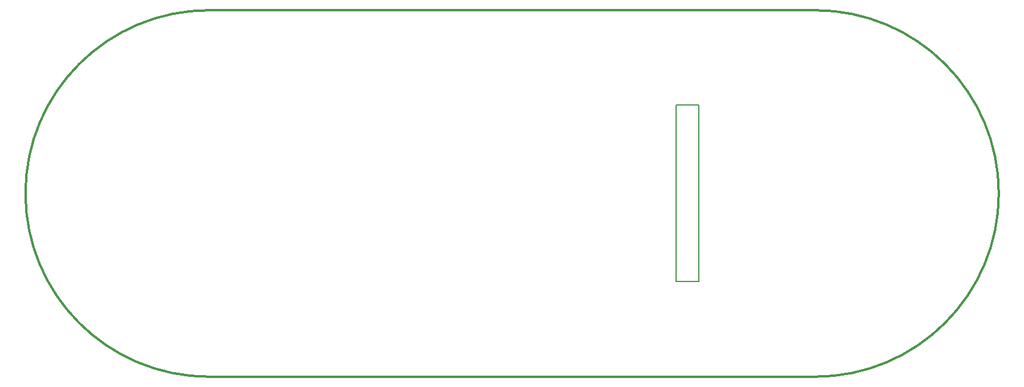
<source format=gbr>
G04 DesignSpark PCB Gerber Version 11.0 Build 5877*
G04 #@! TF.Part,Single*
%FSLAX35Y35*%
%MOIN*%
%ADD82C,0.00500*%
%ADD10C,0.01200*%
G04 #@! TD.AperFunction*
X0Y0D02*
D02*
D10*
X108626Y6500D02*
X446500D01*
G75*
G03*
Y211362I0J102431D01*
G01*
X108626D01*
G75*
G03*
Y6500I0J-102431D01*
G01*
D02*
D82*
X369004Y158354D02*
X381500D01*
Y59635D01*
X369004D01*
Y158354D01*
X0Y0D02*
M02*

</source>
